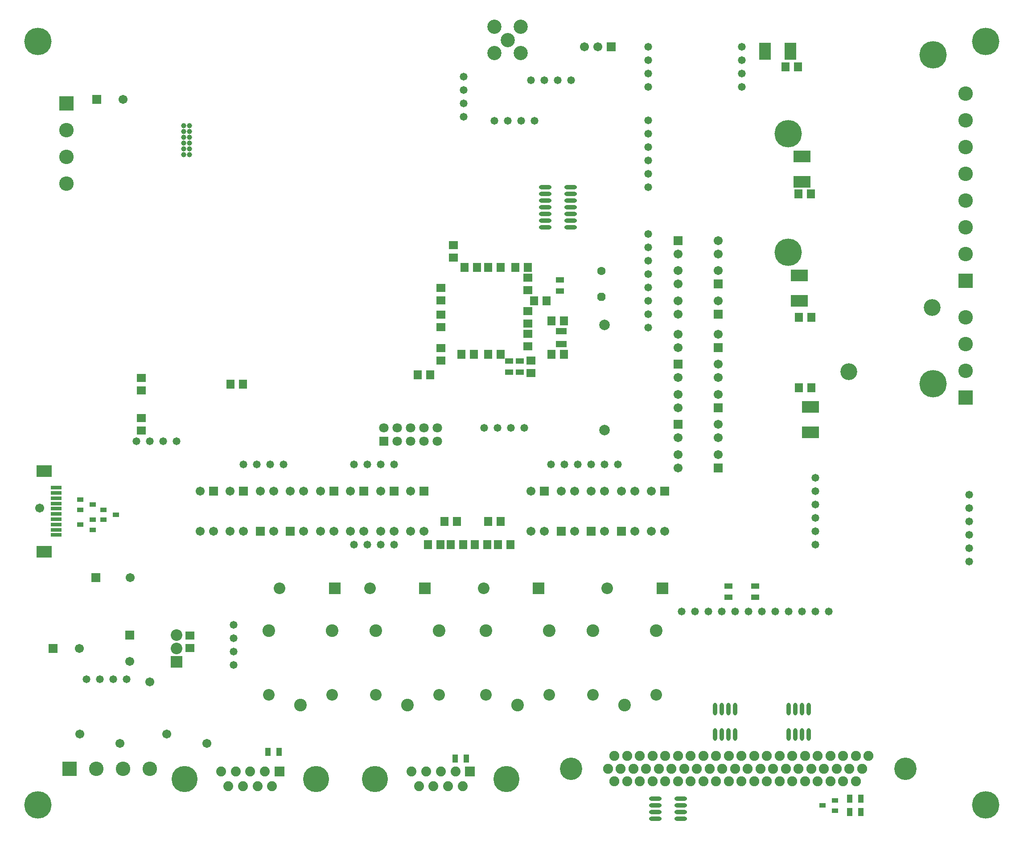
<source format=gbs>
G04 Layer_Color=16711935*
%FSLAX24Y24*%
%MOIN*%
G70*
G01*
G75*
%ADD145O,0.0316X0.0946*%
%ADD147R,0.0651X0.0612*%
%ADD149R,0.0415X0.0592*%
%ADD154R,0.0612X0.0651*%
%ADD156R,0.0592X0.0415*%
%ADD160R,0.0907X0.1257*%
%ADD162R,0.0474X0.0356*%
%ADD168O,0.0946X0.0316*%
%ADD190C,0.0867*%
%ADD191C,0.0946*%
%ADD192C,0.0749*%
%ADD193C,0.1674*%
%ADD194C,0.0745*%
%ADD195R,0.0745X0.0745*%
%ADD196C,0.1954*%
%ADD197C,0.0671*%
%ADD198R,0.0671X0.0671*%
%ADD199R,0.0671X0.0671*%
%ADD200P,0.0683X8X112.5*%
%ADD201C,0.0631*%
%ADD202R,0.0867X0.0867*%
%ADD203R,0.0710X0.0710*%
%ADD204C,0.0710*%
%ADD205R,0.0867X0.0867*%
%ADD206C,0.0789*%
%ADD207C,0.1064*%
%ADD208C,0.1080*%
%ADD209R,0.1080X0.1080*%
%ADD210R,0.1080X0.1080*%
%ADD211C,0.2049*%
%ADD212C,0.1261*%
%ADD213C,0.0395*%
%ADD214C,0.0580*%
%ADD215R,0.1257X0.0907*%
%ADD216R,0.1182X0.0907*%
%ADD217R,0.0828X0.0316*%
%ADD218R,0.0789X0.0474*%
D145*
X53750Y4445D02*
D03*
X54250D02*
D03*
X54750D02*
D03*
X55250D02*
D03*
X53750Y2555D02*
D03*
X54250D02*
D03*
X54750D02*
D03*
X55250D02*
D03*
X48250Y4445D02*
D03*
X48750D02*
D03*
X49250D02*
D03*
X49750D02*
D03*
X48250Y2555D02*
D03*
X48750D02*
D03*
X49250D02*
D03*
X49750D02*
D03*
D147*
X27750Y30537D02*
D03*
Y31463D02*
D03*
X34500Y29587D02*
D03*
Y30513D02*
D03*
X34250Y31587D02*
D03*
Y32513D02*
D03*
Y33287D02*
D03*
Y34213D02*
D03*
Y35787D02*
D03*
Y36713D02*
D03*
X28700Y39163D02*
D03*
Y38237D02*
D03*
X27750Y35037D02*
D03*
Y35963D02*
D03*
X9000Y9037D02*
D03*
Y9963D02*
D03*
X5350Y29213D02*
D03*
Y28287D02*
D03*
Y26213D02*
D03*
Y25287D02*
D03*
X27750Y33963D02*
D03*
Y33037D02*
D03*
D149*
X58337Y-2250D02*
D03*
X59163D02*
D03*
Y-3250D02*
D03*
X58337D02*
D03*
X14837Y1250D02*
D03*
X15663D02*
D03*
X28837Y750D02*
D03*
X29663D02*
D03*
D154*
X54537Y33750D02*
D03*
X55463D02*
D03*
Y28500D02*
D03*
X54537D02*
D03*
X54487Y43000D02*
D03*
X55413D02*
D03*
X54463Y52500D02*
D03*
X53537D02*
D03*
X12037Y28750D02*
D03*
X12963D02*
D03*
X29287Y31000D02*
D03*
X30213D02*
D03*
X32213D02*
D03*
X31287D02*
D03*
X34737Y35000D02*
D03*
X35663D02*
D03*
X34263Y37500D02*
D03*
X33337D02*
D03*
X31287D02*
D03*
X32213D02*
D03*
X30463D02*
D03*
X29537D02*
D03*
X26963Y29450D02*
D03*
X26037D02*
D03*
X26787Y16750D02*
D03*
X27713D02*
D03*
X36037Y33500D02*
D03*
X36963D02*
D03*
X36037Y31000D02*
D03*
X36963D02*
D03*
X28963Y18500D02*
D03*
X28037D02*
D03*
X29413Y16750D02*
D03*
X28487D02*
D03*
X30287D02*
D03*
X31213D02*
D03*
X31287Y18500D02*
D03*
X32213D02*
D03*
X32037Y16750D02*
D03*
X32963D02*
D03*
D156*
X36650Y36563D02*
D03*
Y35737D02*
D03*
X33657Y30490D02*
D03*
Y29663D02*
D03*
X32870Y30490D02*
D03*
Y29663D02*
D03*
X51250Y13663D02*
D03*
Y12837D02*
D03*
X49250Y13663D02*
D03*
Y12837D02*
D03*
D160*
X52003Y53650D02*
D03*
X53897D02*
D03*
D162*
X2528Y18626D02*
D03*
Y19374D02*
D03*
X3472Y19000D02*
D03*
X778Y19376D02*
D03*
Y20124D02*
D03*
X1722Y19750D02*
D03*
X778Y18250D02*
D03*
X1722Y17876D02*
D03*
Y18624D02*
D03*
X56278Y-2750D02*
D03*
X57222Y-3124D02*
D03*
Y-2376D02*
D03*
D168*
X43805Y-3750D02*
D03*
Y-3250D02*
D03*
Y-2750D02*
D03*
Y-2250D02*
D03*
X45695Y-3750D02*
D03*
Y-3250D02*
D03*
Y-2750D02*
D03*
Y-2250D02*
D03*
X35555Y40500D02*
D03*
Y41000D02*
D03*
Y41500D02*
D03*
Y42000D02*
D03*
Y42500D02*
D03*
Y43000D02*
D03*
Y43500D02*
D03*
X37445Y40500D02*
D03*
Y41000D02*
D03*
Y41500D02*
D03*
Y42000D02*
D03*
Y42500D02*
D03*
Y43000D02*
D03*
Y43500D02*
D03*
D190*
X43862Y5537D02*
D03*
X39138D02*
D03*
X30941Y13500D02*
D03*
X14888Y5537D02*
D03*
X19612D02*
D03*
X27612D02*
D03*
X22888D02*
D03*
X40191Y13500D02*
D03*
X8000Y10000D02*
D03*
Y9000D02*
D03*
X22441Y13500D02*
D03*
X15691D02*
D03*
X31138Y5537D02*
D03*
X35862D02*
D03*
D191*
X43862Y10341D02*
D03*
X39138D02*
D03*
X41500Y4750D02*
D03*
X17250D02*
D03*
X14888Y10341D02*
D03*
X19612D02*
D03*
X27612D02*
D03*
X22888D02*
D03*
X25250Y4750D02*
D03*
X33500D02*
D03*
X31138Y10341D02*
D03*
X35862D02*
D03*
D192*
X59732Y949D02*
D03*
X58782D02*
D03*
X57832D02*
D03*
X56882D02*
D03*
X55932D02*
D03*
X54982D02*
D03*
X54032D02*
D03*
X53082D02*
D03*
X52132D02*
D03*
X51182D02*
D03*
X50232D02*
D03*
X49282D02*
D03*
X48332D02*
D03*
X47382D02*
D03*
X46432D02*
D03*
X45482D02*
D03*
X44532D02*
D03*
X43582D02*
D03*
X42632D02*
D03*
X41682D02*
D03*
X40732D02*
D03*
X59256Y0D02*
D03*
X58306D02*
D03*
X57356D02*
D03*
X56406D02*
D03*
X55456D02*
D03*
X54506D02*
D03*
X53556D02*
D03*
X52606D02*
D03*
X51656D02*
D03*
X50706D02*
D03*
X49756D02*
D03*
X48806D02*
D03*
X47856D02*
D03*
X46906D02*
D03*
X45956D02*
D03*
X45006D02*
D03*
X44056D02*
D03*
X43106D02*
D03*
X42156D02*
D03*
X41206D02*
D03*
X40256D02*
D03*
X58782Y-950D02*
D03*
X57832D02*
D03*
X56882D02*
D03*
X55932D02*
D03*
X54982D02*
D03*
X54032D02*
D03*
X53082D02*
D03*
X52132D02*
D03*
X51182D02*
D03*
X50232D02*
D03*
X49282D02*
D03*
X48332D02*
D03*
X47382D02*
D03*
X46432D02*
D03*
X45482D02*
D03*
X44532D02*
D03*
X43582D02*
D03*
X42632D02*
D03*
X41682D02*
D03*
X40732D02*
D03*
D193*
X37500Y0D02*
D03*
X62500D02*
D03*
D194*
X25569Y-201D02*
D03*
X26114Y-1319D02*
D03*
X26659Y-201D02*
D03*
X27205Y-1319D02*
D03*
X27750Y-201D02*
D03*
X28295Y-1319D02*
D03*
X28841Y-201D02*
D03*
X29386Y-1319D02*
D03*
X11319Y-201D02*
D03*
X11864Y-1319D02*
D03*
X12409Y-201D02*
D03*
X12955Y-1319D02*
D03*
X13500Y-201D02*
D03*
X14045Y-1319D02*
D03*
X14591Y-201D02*
D03*
X15136Y-1319D02*
D03*
D195*
X29931Y-201D02*
D03*
X15681D02*
D03*
D196*
X32669Y-760D02*
D03*
X22831D02*
D03*
X18419D02*
D03*
X8581D02*
D03*
D197*
X4530Y14300D02*
D03*
X12000Y20750D02*
D03*
X13000Y17750D02*
D03*
X12000D02*
D03*
X23250D02*
D03*
X24250D02*
D03*
X23250Y20750D02*
D03*
X39500Y54000D02*
D03*
X38500D02*
D03*
X734Y9000D02*
D03*
X3750Y1900D02*
D03*
X750Y2600D02*
D03*
X4500Y8016D02*
D03*
X10250Y1900D02*
D03*
X7250Y2600D02*
D03*
X9750Y20750D02*
D03*
X10750Y17750D02*
D03*
X9750D02*
D03*
X25500D02*
D03*
X26500D02*
D03*
X25500Y20750D02*
D03*
X48500Y32500D02*
D03*
X45500Y31500D02*
D03*
Y32500D02*
D03*
X48500Y29250D02*
D03*
Y30250D02*
D03*
X45500Y29250D02*
D03*
Y24750D02*
D03*
X48500Y25750D02*
D03*
Y24750D02*
D03*
X40000Y20750D02*
D03*
X39000D02*
D03*
X40000Y17750D02*
D03*
X34500Y20750D02*
D03*
X35500Y17750D02*
D03*
X34500D02*
D03*
X45500Y23500D02*
D03*
Y22500D02*
D03*
X48500Y23500D02*
D03*
X42250Y17750D02*
D03*
X41250Y20750D02*
D03*
X42250D02*
D03*
X37750D02*
D03*
X36750D02*
D03*
X37750Y17750D02*
D03*
X43500Y20750D02*
D03*
X44500Y17750D02*
D03*
X43500D02*
D03*
X45500Y28000D02*
D03*
Y27000D02*
D03*
X48500Y28000D02*
D03*
X17500Y17750D02*
D03*
X16500Y20750D02*
D03*
X17500D02*
D03*
X48500Y37250D02*
D03*
X45500Y36250D02*
D03*
Y37250D02*
D03*
X48500Y38500D02*
D03*
Y39500D02*
D03*
X45500Y38500D02*
D03*
X48500Y35000D02*
D03*
X45500Y34000D02*
D03*
Y35000D02*
D03*
X18750Y17750D02*
D03*
X19750D02*
D03*
X18750Y20750D02*
D03*
X15250Y17750D02*
D03*
X14250Y20750D02*
D03*
X15250D02*
D03*
X21000Y17750D02*
D03*
X22000D02*
D03*
X21000Y20750D02*
D03*
X3984Y50050D02*
D03*
X-2250Y19500D02*
D03*
X6000Y6500D02*
D03*
D198*
X1970Y14300D02*
D03*
X40500Y54000D02*
D03*
X-1234Y9000D02*
D03*
X48500Y31500D02*
D03*
X45500Y30250D02*
D03*
Y25750D02*
D03*
X48500Y22500D02*
D03*
Y27000D02*
D03*
Y36250D02*
D03*
X45500Y39500D02*
D03*
X48500Y34000D02*
D03*
X2016Y50050D02*
D03*
D199*
X13000Y20750D02*
D03*
X24250D02*
D03*
X4500Y9984D02*
D03*
X10750Y20750D02*
D03*
X26500D02*
D03*
X39000Y17750D02*
D03*
X35500Y20750D02*
D03*
X41250Y17750D02*
D03*
X36750D02*
D03*
X44500Y20750D02*
D03*
X16500Y17750D02*
D03*
X19750Y20750D02*
D03*
X14250Y17750D02*
D03*
X22000Y20750D02*
D03*
D200*
X39750Y35289D02*
D03*
D201*
Y37211D02*
D03*
D202*
X35059Y13500D02*
D03*
X44309D02*
D03*
X26559D02*
D03*
X19809D02*
D03*
D203*
X23500Y24500D02*
D03*
D204*
Y25500D02*
D03*
X24500Y24500D02*
D03*
Y25500D02*
D03*
X25500Y24500D02*
D03*
Y25500D02*
D03*
X26500Y24500D02*
D03*
Y25500D02*
D03*
X27500Y24500D02*
D03*
Y25500D02*
D03*
D205*
X8000Y8000D02*
D03*
D206*
X40000Y25313D02*
D03*
Y33187D02*
D03*
D207*
X31766Y53516D02*
D03*
Y55484D02*
D03*
X33734D02*
D03*
Y53516D02*
D03*
X32750Y54500D02*
D03*
D208*
X67000Y33750D02*
D03*
Y29750D02*
D03*
Y31750D02*
D03*
Y46500D02*
D03*
Y44500D02*
D03*
Y42500D02*
D03*
Y38500D02*
D03*
Y40500D02*
D03*
Y48500D02*
D03*
Y50500D02*
D03*
X6000Y0D02*
D03*
X2000D02*
D03*
X4000D02*
D03*
X-250Y45750D02*
D03*
Y47750D02*
D03*
Y43750D02*
D03*
D209*
X67000Y27750D02*
D03*
Y36500D02*
D03*
X-250Y49750D02*
D03*
D210*
X0Y0D02*
D03*
D211*
X-2362Y54382D02*
D03*
X68504D02*
D03*
X-2362Y-2705D02*
D03*
X68504D02*
D03*
X53740Y47492D02*
D03*
Y38634D02*
D03*
X64567Y28791D02*
D03*
Y53398D02*
D03*
D212*
X64500Y34500D02*
D03*
X58250Y29700D02*
D03*
D213*
X8967Y45917D02*
D03*
X8533D02*
D03*
X8967Y46350D02*
D03*
X8533D02*
D03*
X8967Y46783D02*
D03*
X8533D02*
D03*
X8967Y47217D02*
D03*
X8533D02*
D03*
X8967Y47650D02*
D03*
X8533D02*
D03*
X8967Y48083D02*
D03*
X8533D02*
D03*
D214*
X55750Y21750D02*
D03*
Y20750D02*
D03*
Y19750D02*
D03*
Y18750D02*
D03*
Y17750D02*
D03*
Y16750D02*
D03*
X31000Y25500D02*
D03*
X32000D02*
D03*
X33000D02*
D03*
X34000D02*
D03*
X34750Y48450D02*
D03*
X33750D02*
D03*
X32750D02*
D03*
X31750D02*
D03*
X34500Y51500D02*
D03*
X35500D02*
D03*
X36500D02*
D03*
X37500D02*
D03*
X29450Y48750D02*
D03*
Y49750D02*
D03*
Y50750D02*
D03*
Y51750D02*
D03*
X5000Y24500D02*
D03*
X6000D02*
D03*
X7000D02*
D03*
X8000D02*
D03*
X4250Y6700D02*
D03*
X3250D02*
D03*
X2250D02*
D03*
X1250D02*
D03*
X50250Y54000D02*
D03*
Y53000D02*
D03*
Y52000D02*
D03*
Y51000D02*
D03*
X43250Y54000D02*
D03*
Y53000D02*
D03*
Y52000D02*
D03*
Y51000D02*
D03*
Y40000D02*
D03*
Y39000D02*
D03*
Y38000D02*
D03*
Y37000D02*
D03*
Y36000D02*
D03*
Y35000D02*
D03*
Y34000D02*
D03*
Y33000D02*
D03*
Y48500D02*
D03*
Y47500D02*
D03*
Y46500D02*
D03*
Y45500D02*
D03*
Y44500D02*
D03*
Y43500D02*
D03*
X51750Y11750D02*
D03*
X52750D02*
D03*
X53750D02*
D03*
X54750D02*
D03*
X55750D02*
D03*
X56750D02*
D03*
X45750D02*
D03*
X46750D02*
D03*
X47750D02*
D03*
X48750D02*
D03*
X49750D02*
D03*
X50750D02*
D03*
X67250Y20500D02*
D03*
Y19500D02*
D03*
Y18500D02*
D03*
Y17500D02*
D03*
Y16500D02*
D03*
Y15500D02*
D03*
X36000Y22750D02*
D03*
X37000D02*
D03*
X38000D02*
D03*
X39000D02*
D03*
X40000D02*
D03*
X41000D02*
D03*
X13000D02*
D03*
X14000D02*
D03*
X15000D02*
D03*
X16000D02*
D03*
X12250Y10750D02*
D03*
Y9750D02*
D03*
Y8750D02*
D03*
Y7750D02*
D03*
X21250Y22750D02*
D03*
X22250D02*
D03*
X23250D02*
D03*
X24250D02*
D03*
X21250Y16750D02*
D03*
X22250D02*
D03*
X23250D02*
D03*
X24250D02*
D03*
D215*
X54550Y35003D02*
D03*
Y36897D02*
D03*
X55400Y27047D02*
D03*
Y25153D02*
D03*
X54750Y43903D02*
D03*
Y45797D02*
D03*
D216*
X-1925Y22262D02*
D03*
Y16238D02*
D03*
D217*
X-1000Y17478D02*
D03*
Y17872D02*
D03*
Y18266D02*
D03*
Y18659D02*
D03*
Y19053D02*
D03*
Y19447D02*
D03*
Y19841D02*
D03*
Y20234D02*
D03*
Y20628D02*
D03*
Y21022D02*
D03*
D218*
X36750Y31758D02*
D03*
Y32742D02*
D03*
M02*

</source>
